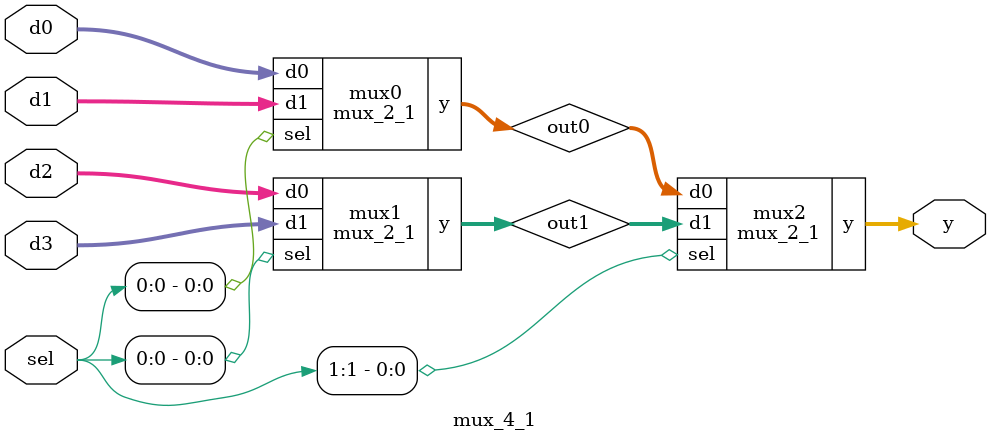
<source format=sv>

module mux_2_1
(
  input  [3:0] d0, d1,
  input        sel,
  output [3:0] y
);

  assign y = sel ? d1 : d0;

endmodule

//----------------------------------------------------------------------------
// Task
//----------------------------------------------------------------------------

module mux_4_1
(
  input  [3:0] d0, d1, d2, d3,
  input  [1:0] sel,
  output [3:0] y
);

  wire [3:0] out0, out1;

  mux_2_1 mux0 (.d0(d0), .d1(d1), .sel(sel[0]), .y(out0));
  mux_2_1 mux1 (.d0(d2), .d1(d3), .sel(sel[0]), .y(out1));
  mux_2_1 mux2 (.d0(out0), .d1(out1), .sel(sel[1]), .y(y));
  // Task:
  // Implement mux_4_1 using three instances of mux_2_1


endmodule

</source>
